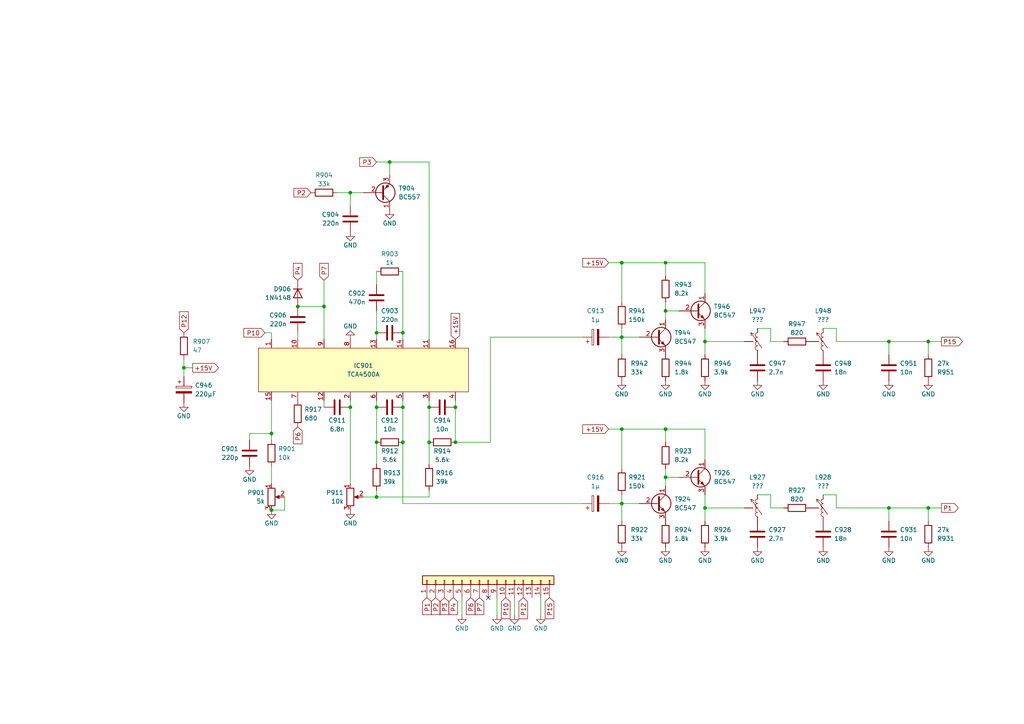
<source format=kicad_sch>
(kicad_sch (version 20230121) (generator eeschema)
  (paper "A4")
  (lib_symbols
    (symbol "Connector_Generic:Conn_01x15" (pin_names (offset 1.016) hide)
      (property "Reference" "J" (at 0 20.32 0))
      (property "Value" "Conn_01x15" (at 0 -20.32 0))
      (symbol "Conn_01x15_1_1"
        (rectangle (start -1.27 -17.653) (end 0 -17.907) (stroke (width 0.1524)))
        (rectangle (start -1.27 -15.113) (end 0 -15.367) (stroke (width 0.1524)))
        (rectangle (start -1.27 -12.573) (end 0 -12.827) (stroke (width 0.1524)))
        (rectangle (start -1.27 -10.033) (end 0 -10.287) (stroke (width 0.1524)))
        (rectangle (start -1.27 -7.493) (end 0 -7.747) (stroke (width 0.1524)))
        (rectangle (start -1.27 -4.953) (end 0 -5.207) (stroke (width 0.1524)))
        (rectangle (start -1.27 -2.413) (end 0 -2.667) (stroke (width 0.1524)))
        (rectangle (start -1.27 0.127) (end 0 -0.127) (stroke (width 0.1524)))
        (rectangle (start -1.27 2.667) (end 0 2.413) (stroke (width 0.1524)))
        (rectangle (start -1.27 5.207) (end 0 4.953) (stroke (width 0.1524)))
        (rectangle (start -1.27 7.747) (end 0 7.493) (stroke (width 0.1524)))
        (rectangle (start -1.27 10.287) (end 0 10.033) (stroke (width 0.1524)))
        (rectangle (start -1.27 12.827) (end 0 12.573) (stroke (width 0.1524)))
        (rectangle (start -1.27 15.367) (end 0 15.113) (stroke (width 0.1524)))
        (rectangle (start -1.27 17.907) (end 0 17.653) (stroke (width 0.1524)))
        (rectangle (start -1.27 19.05) (end 1.27 -19.05) (stroke (width 0.254)) (fill (type background)))
        (pin passive line (at -5.08 17.78 0) (length 3.81) (name "Pin_1") (number "1"))
        (pin passive line (at -5.08 -5.08 0) (length 3.81) (name "Pin_10") (number "10"))
        (pin passive line (at -5.08 -7.62 0) (length 3.81) (name "Pin_11") (number "11"))
        (pin passive line (at -5.08 -10.16 0) (length 3.81) (name "Pin_12") (number "12"))
        (pin passive line (at -5.08 -12.7 0) (length 3.81) (name "Pin_13") (number "13"))
        (pin passive line (at -5.08 -15.24 0) (length 3.81) (name "Pin_14") (number "14"))
        (pin passive line (at -5.08 -17.78 0) (length 3.81) (name "Pin_15") (number "15"))
        (pin passive line (at -5.08 15.24 0) (length 3.81) (name "Pin_2") (number "2"))
        (pin passive line (at -5.08 12.7 0) (length 3.81) (name "Pin_3") (number "3"))
        (pin passive line (at -5.08 10.16 0) (length 3.81) (name "Pin_4") (number "4"))
        (pin passive line (at -5.08 7.62 0) (length 3.81) (name "Pin_5") (number "5"))
        (pin passive line (at -5.08 5.08 0) (length 3.81) (name "Pin_6") (number "6"))
        (pin passive line (at -5.08 2.54 0) (length 3.81) (name "Pin_7") (number "7"))
        (pin passive line (at -5.08 0 0) (length 3.81) (name "Pin_8") (number "8"))
        (pin passive line (at -5.08 -2.54 0) (length 3.81) (name "Pin_9") (number "9"))
      )
    )
    (symbol "Device:C" (pin_numbers hide) (pin_names (offset 0.254))
      (property "Reference" "C" (at 0.635 2.54 0))
      (property "Value" "C" (at 0.635 -2.54 0))
      (symbol "C_0_1"
        (polyline (pts (xy -2.032 -0.762) (xy 2.032 -0.762)) (stroke (width 0.508)))
        (polyline (pts (xy -2.032 0.762) (xy 2.032 0.762)) (stroke (width 0.508)))
      )
      (symbol "C_1_1"
        (pin passive line (at 0 3.81 270) (length 2.794) (name "~") (number "1"))
        (pin passive line (at 0 -3.81 90) (length 2.794) (name "~") (number "2"))
      )
    )
    (symbol "Device:C_Polarized" (pin_numbers hide) (pin_names (offset 0.254))
      (property "Reference" "C" (at 0.635 2.54 0))
      (property "Value" "C_Polarized" (at 0.635 -2.54 0))
      (symbol "C_Polarized_0_1"
        (rectangle (start -2.286 0.508) (end 2.286 1.016))
        (polyline (pts (xy -1.778 2.286) (xy -0.762 2.286)))
        (polyline (pts (xy -1.27 2.794) (xy -1.27 1.778)))
        (rectangle (start 2.286 -0.508) (end -2.286 -1.016) (fill (type outline)))
      )
      (symbol "C_Polarized_1_1"
        (pin passive line (at 0 3.81 270) (length 2.794) (name "~") (number "1"))
        (pin passive line (at 0 -3.81 90) (length 2.794) (name "~") (number "2"))
      )
    )
    (symbol "Device:D" (pin_numbers hide) (pin_names (offset 1.016) hide)
      (property "Reference" "D" (at 0 2.54 0))
      (property "Value" "D" (at 0 -2.54 0))
      (symbol "D_0_1"
        (polyline (pts (xy -1.27 1.27) (xy -1.27 -1.27)) (stroke (width 0.254)))
        (polyline (pts (xy 1.27 0) (xy -1.27 0)))
        (polyline (pts (xy 1.27 1.27) (xy 1.27 -1.27) (xy -1.27 0) (xy 1.27 1.27)) (stroke (width 0.254)))
      )
      (symbol "D_1_1"
        (pin passive line (at -3.81 0 0) (length 2.54) (name "K") (number "1"))
        (pin passive line (at 3.81 0 180) (length 2.54) (name "A") (number "2"))
      )
    )
    (symbol "Device:R" (pin_numbers hide) (pin_names (offset 0))
      (property "Reference" "R" (at 2.032 0 90))
      (property "Value" "R" (at 0 0 90))
      (symbol "R_0_1"
        (rectangle (start -1.016 -2.54) (end 1.016 2.54) (stroke (width 0.254)))
      )
      (symbol "R_1_1"
        (pin passive line (at 0 3.81 270) (length 1.27) (name "~") (number "1"))
        (pin passive line (at 0 -3.81 90) (length 1.27) (name "~") (number "2"))
      )
    )
    (symbol "Device:R_Potentiometer" (pin_names (offset 1.016) hide)
      (property "Reference" "RV" (at -4.445 0 90))
      (property "Value" "R_Potentiometer" (at -2.54 0 90))
      (symbol "R_Potentiometer_0_1"
        (polyline (pts (xy 2.54 0) (xy 1.524 0)))
        (polyline (pts (xy 1.143 0) (xy 2.286 0.508) (xy 2.286 -0.508) (xy 1.143 0)) (fill (type outline)))
        (rectangle (start 1.016 2.54) (end -1.016 -2.54) (stroke (width 0.254)))
      )
      (symbol "R_Potentiometer_1_1"
        (pin passive line (at 0 3.81 270) (length 1.27) (name "1") (number "1"))
        (pin passive line (at 3.81 0 180) (length 1.27) (name "2") (number "2"))
        (pin passive line (at 0 -3.81 90) (length 1.27) (name "3") (number "3"))
      )
    )
    (symbol "Stereo-Decoder-Modul:L_Trim" (pin_numbers hide) (pin_names (offset 1.016) hide)
      (property "Reference" "L" (at -1.905 0 90))
      (property "Value" "L_Trim" (at 3.175 0 90))
      (symbol "L_Trim_0_1"
        (arc (start 0 -2.54) (mid 0.6323 -1.905) (end 0 -1.27))
        (arc (start 0 -1.27) (mid 0.6323 -0.635) (end 0 0))
        (polyline (pts (xy -1.27 -1.905) (xy 1.905 2.54)))
        (polyline (pts (xy 1.905 2.54) (xy 1.016 2.159)))
        (polyline (pts (xy 1.905 2.54) (xy 1.778 1.651)))
        (arc (start 0 0) (mid 0.6323 0.635) (end 0 1.27))
        (arc (start 0 1.27) (mid 0.6323 1.905) (end 0 2.54))
      )
      (symbol "L_Trim_1_1"
        (pin passive line (at 0 -3.81 90) (length 1.27) (name "1") (number "1"))
        (pin input line (at 3.81 0 180) (length 2.54) (name "2") (number "2"))
        (pin passive line (at 0 3.81 270) (length 1.27) (name "3") (number "3"))
      )
    )
    (symbol "Stereo-Decoder-Modul:TCA4500A"
      (property "Reference" "U" (at 3.81 -13.97 0))
      (property "Value" "TCA4500A" (at 0 0 0))
      (symbol "TCA4500A_0_1"
        (rectangle (start -30.48 6.35) (end 30.48 -6.35) (fill (type background)))
      )
      (symbol "TCA4500A_1_1"
        (pin input line (at -26.67 8.89 270) (length 2.54) (name "") (number "1"))
        (pin input line (at -19.05 8.89 270) (length 2.54) (name "") (number "10"))
        (pin input line (at 19.05 8.89 270) (length 2.54) (name "") (number "11"))
        (pin input line (at -11.43 -8.89 90) (length 2.54) (name "") (number "12"))
        (pin input line (at 3.81 8.89 270) (length 2.54) (name "") (number "13"))
        (pin input line (at 11.43 8.89 270) (length 2.54) (name "") (number "14"))
        (pin input line (at -26.67 -8.89 90) (length 2.54) (name "") (number "15"))
        (pin input line (at 26.67 8.89 270) (length 2.54) (name "") (number "16"))
        (pin input line (at -3.81 -8.89 90) (length 2.54) (name "") (number "2"))
        (pin input line (at 19.05 -8.89 90) (length 2.54) (name "") (number "3"))
        (pin input line (at 26.67 -8.89 90) (length 2.54) (name "") (number "4"))
        (pin input line (at 11.43 -8.89 90) (length 2.54) (name "") (number "5"))
        (pin input line (at 3.81 -8.89 90) (length 2.54) (name "") (number "6"))
        (pin input line (at -19.05 -8.89 90) (length 2.54) (name "") (number "7"))
        (pin input line (at -3.81 8.89 270) (length 2.54) (name "") (number "8"))
        (pin input line (at -11.43 8.89 270) (length 2.54) (name "") (number "9"))
      )
    )
    (symbol "Transistor_BJT:BC547" (pin_names (offset 0) hide)
      (property "Reference" "Q" (at 5.08 1.905 0))
      (property "Value" "BC547" (at 5.08 0 0))
      (symbol "BC547_0_1"
        (polyline (pts (xy 0 0) (xy 0.635 0)))
        (polyline (pts (xy 0.635 0.635) (xy 2.54 2.54)))
        (polyline (pts (xy 0.635 -0.635) (xy 2.54 -2.54) (xy 2.54 -2.54)))
        (polyline (pts (xy 0.635 1.905) (xy 0.635 -1.905) (xy 0.635 -1.905)) (stroke (width 0.508)))
        (polyline (pts (xy 1.27 -1.778) (xy 1.778 -1.27) (xy 2.286 -2.286) (xy 1.27 -1.778) (xy 1.27 -1.778)) (fill (type outline)))
        (circle (center 1.27 0) (radius 2.8194) (stroke (width 0.254)))
      )
      (symbol "BC547_1_1"
        (pin passive line (at 2.54 5.08 270) (length 2.54) (name "C") (number "1"))
        (pin input line (at -5.08 0 0) (length 5.08) (name "B") (number "2"))
        (pin passive line (at 2.54 -5.08 90) (length 2.54) (name "E") (number "3"))
      )
    )
    (symbol "Transistor_BJT:BC557" (pin_names (offset 0) hide)
      (property "Reference" "Q" (at 5.08 1.905 0))
      (property "Value" "BC557" (at 5.08 0 0))
      (symbol "BC557_0_1"
        (polyline (pts (xy 0.635 0.635) (xy 2.54 2.54)))
        (polyline (pts (xy 0.635 -0.635) (xy 2.54 -2.54) (xy 2.54 -2.54)))
        (polyline (pts (xy 0.635 1.905) (xy 0.635 -1.905) (xy 0.635 -1.905)) (stroke (width 0.508)))
        (polyline (pts (xy 2.286 -1.778) (xy 1.778 -2.286) (xy 1.27 -1.27) (xy 2.286 -1.778) (xy 2.286 -1.778)) (fill (type outline)))
        (circle (center 1.27 0) (radius 2.8194) (stroke (width 0.254)))
      )
      (symbol "BC557_1_1"
        (pin passive line (at 2.54 5.08 270) (length 2.54) (name "C") (number "1"))
        (pin input line (at -5.08 0 0) (length 5.715) (name "B") (number "2"))
        (pin passive line (at 2.54 -5.08 90) (length 2.54) (name "E") (number "3"))
      )
    )
    (symbol "power:GND" (power) (pin_names (offset 0))
      (property "Value" "GND" (at 0 -3.81 0))
      (symbol "GND_0_1"
        (polyline (pts (xy 0 0) (xy 0 -1.27) (xy 1.27 -1.27) (xy 0 -2.54) (xy -1.27 -1.27) (xy 0 -1.27)))
      )
      (symbol "GND_1_1"
        (pin power_in line (at 0 0 270) (length 0) hide (name "GND") (number "1"))
      )
    )
  )
  (junction (at 132.08 128.27))
  (junction (at 180.34 146.05))
  (junction (at 113.03 46.99))
  (junction (at 109.22 128.27))
  (junction (at 53.34 106.68))
  (junction (at 124.46 118.11))
  (junction (at 116.84 118.11))
  (junction (at 269.24 147.32))
  (junction (at 257.81 147.32))
  (junction (at 109.22 144.145))
  (junction (at 180.34 76.2))
  (junction (at 193.04 76.2))
  (junction (at 204.47 147.32))
  (junction (at 124.46 128.27))
  (junction (at 204.47 99.06))
  (junction (at 116.84 96.52))
  (junction (at 180.34 97.79))
  (junction (at 78.74 125.73))
  (junction (at 101.6 55.88))
  (junction (at 193.04 138.43))
  (junction (at 180.34 124.46))
  (junction (at 109.22 96.52))
  (junction (at 193.04 90.17))
  (junction (at 193.04 124.46))
  (junction (at 86.36 88.9))
  (junction (at 93.98 88.9))
  (junction (at 78.74 147.955))
  (junction (at 101.6 118.11))
  (junction (at 116.84 128.27))
  (junction (at 132.08 118.11))
  (junction (at 257.81 99.06))
  (junction (at 109.22 118.11))
  (junction (at 269.24 99.06))
  (no_connect (at 141.605 173.355))
  (wire (pts (xy 78.74 96.52) (xy 78.74 98.425)))
  (wire (pts (xy 257.81 99.06) (xy 257.81 102.87)))
  (wire (pts (xy 204.47 95.25) (xy 204.47 99.06)))
  (wire (pts (xy 269.24 147.32) (xy 273.05 147.32)))
  (wire (pts (xy 269.24 99.06) (xy 257.81 99.06)))
  (wire (pts (xy 269.24 151.13) (xy 269.24 147.32)))
  (wire (pts (xy 204.47 99.06) (xy 204.47 102.87)))
  (wire (pts (xy 116.84 128.27) (xy 116.84 146.05)))
  (wire (pts (xy 257.81 147.32) (xy 257.81 151.13)))
  (wire (pts (xy 176.53 146.05) (xy 180.34 146.05)))
  (wire (pts (xy 72.39 125.73) (xy 78.74 125.73)))
  (wire (pts (xy 116.84 96.52) (xy 116.84 98.425)))
  (wire (pts (xy 204.47 124.46) (xy 193.04 124.46)))
  (wire (pts (xy 86.36 96.52) (xy 86.36 98.425)))
  (wire (pts (xy 132.08 116.205) (xy 132.08 118.11)))
  (wire (pts (xy 53.34 106.68) (xy 55.88 106.68)))
  (wire (pts (xy 149.225 173.355) (xy 149.225 178.435)))
  (wire (pts (xy 72.39 127.635) (xy 72.39 125.73)))
  (wire (pts (xy 78.74 125.73) (xy 78.74 127.635)))
  (wire (pts (xy 180.34 95.25) (xy 180.34 97.79)))
  (wire (pts (xy 180.34 146.05) (xy 180.34 151.13)))
  (wire (pts (xy 204.47 85.09) (xy 204.47 76.2)))
  (wire (pts (xy 101.6 116.205) (xy 101.6 118.11)))
  (wire (pts (xy 242.57 99.06) (xy 257.81 99.06)))
  (wire (pts (xy 105.41 144.145) (xy 109.22 144.145)))
  (wire (pts (xy 109.22 90.17) (xy 109.22 96.52)))
  (wire (pts (xy 204.47 147.32) (xy 204.47 151.13)))
  (wire (pts (xy 101.6 118.11) (xy 101.6 140.335)))
  (wire (pts (xy 193.04 135.89) (xy 193.04 138.43)))
  (wire (pts (xy 101.6 55.88) (xy 101.6 59.69)))
  (wire (pts (xy 109.22 116.205) (xy 109.22 118.11)))
  (wire (pts (xy 168.91 146.05) (xy 116.84 146.05)))
  (wire (pts (xy 238.76 95.25) (xy 242.57 95.25)))
  (wire (pts (xy 109.22 118.11) (xy 109.22 128.27)))
  (wire (pts (xy 168.91 97.79) (xy 142.24 97.79)))
  (wire (pts (xy 223.52 147.32) (xy 223.52 143.51)))
  (wire (pts (xy 204.47 147.32) (xy 215.9 147.32)))
  (wire (pts (xy 144.145 173.355) (xy 144.145 178.435)))
  (wire (pts (xy 176.53 97.79) (xy 180.34 97.79)))
  (wire (pts (xy 238.76 143.51) (xy 242.57 143.51)))
  (wire (pts (xy 193.04 76.2) (xy 180.34 76.2)))
  (wire (pts (xy 116.84 116.205) (xy 116.84 118.11)))
  (wire (pts (xy 116.84 78.74) (xy 116.84 96.52)))
  (wire (pts (xy 82.55 144.145) (xy 82.55 147.955)))
  (wire (pts (xy 219.71 143.51) (xy 223.52 143.51)))
  (wire (pts (xy 109.22 128.27) (xy 109.22 134.62)))
  (wire (pts (xy 269.24 147.32) (xy 257.81 147.32)))
  (wire (pts (xy 242.57 147.32) (xy 257.81 147.32)))
  (wire (pts (xy 142.24 97.79) (xy 142.24 128.27)))
  (wire (pts (xy 93.98 88.9) (xy 93.98 98.425)))
  (wire (pts (xy 109.22 96.52) (xy 109.22 98.425)))
  (wire (pts (xy 193.04 80.01) (xy 193.04 76.2)))
  (wire (pts (xy 93.98 116.205) (xy 93.98 118.11)))
  (wire (pts (xy 193.04 138.43) (xy 193.04 140.97)))
  (wire (pts (xy 124.46 116.205) (xy 124.46 118.11)))
  (wire (pts (xy 193.04 138.43) (xy 196.85 138.43)))
  (wire (pts (xy 193.04 87.63) (xy 193.04 90.17)))
  (wire (pts (xy 242.57 95.25) (xy 242.57 99.06)))
  (wire (pts (xy 142.24 128.27) (xy 132.08 128.27)))
  (wire (pts (xy 204.47 143.51) (xy 204.47 147.32)))
  (wire (pts (xy 180.34 146.05) (xy 185.42 146.05)))
  (wire (pts (xy 180.34 143.51) (xy 180.34 146.05)))
  (wire (pts (xy 204.47 133.35) (xy 204.47 124.46)))
  (wire (pts (xy 227.33 147.32) (xy 223.52 147.32)))
  (wire (pts (xy 53.34 104.14) (xy 53.34 106.68)))
  (wire (pts (xy 93.98 81.28) (xy 93.98 88.9)))
  (wire (pts (xy 223.52 99.06) (xy 223.52 95.25)))
  (wire (pts (xy 124.46 128.27) (xy 124.46 134.62)))
  (wire (pts (xy 78.74 135.255) (xy 78.74 140.335)))
  (wire (pts (xy 193.04 90.17) (xy 196.85 90.17)))
  (wire (pts (xy 116.84 118.11) (xy 116.84 128.27)))
  (wire (pts (xy 180.34 76.2) (xy 180.34 87.63)))
  (wire (pts (xy 180.34 97.79) (xy 185.42 97.79)))
  (wire (pts (xy 156.845 173.355) (xy 156.845 178.435)))
  (wire (pts (xy 180.34 97.79) (xy 180.34 102.87)))
  (wire (pts (xy 242.57 143.51) (xy 242.57 147.32)))
  (wire (pts (xy 223.52 95.25) (xy 219.71 95.25)))
  (wire (pts (xy 124.46 46.99) (xy 113.03 46.99)))
  (wire (pts (xy 78.74 116.205) (xy 78.74 125.73)))
  (wire (pts (xy 113.03 46.99) (xy 113.03 50.8)))
  (wire (pts (xy 86.36 88.9) (xy 93.98 88.9)))
  (wire (pts (xy 97.79 55.88) (xy 101.6 55.88)))
  (wire (pts (xy 180.34 124.46) (xy 180.34 135.89)))
  (wire (pts (xy 133.985 173.355) (xy 133.985 178.435)))
  (wire (pts (xy 124.46 142.24) (xy 124.46 144.145)))
  (wire (pts (xy 109.22 142.24) (xy 109.22 144.145)))
  (wire (pts (xy 124.46 118.11) (xy 124.46 128.27)))
  (wire (pts (xy 132.08 118.11) (xy 132.08 128.27)))
  (wire (pts (xy 193.04 128.27) (xy 193.04 124.46)))
  (wire (pts (xy 204.47 76.2) (xy 193.04 76.2)))
  (wire (pts (xy 193.04 90.17) (xy 193.04 92.71)))
  (wire (pts (xy 176.53 124.46) (xy 180.34 124.46)))
  (wire (pts (xy 109.22 78.74) (xy 109.22 82.55)))
  (wire (pts (xy 204.47 99.06) (xy 215.9 99.06)))
  (wire (pts (xy 269.24 102.87) (xy 269.24 99.06)))
  (wire (pts (xy 109.22 46.99) (xy 113.03 46.99)))
  (wire (pts (xy 82.55 147.955) (xy 78.74 147.955)))
  (wire (pts (xy 76.835 96.52) (xy 78.74 96.52)))
  (wire (pts (xy 227.33 99.06) (xy 223.52 99.06)))
  (wire (pts (xy 101.6 55.88) (xy 105.41 55.88)))
  (wire (pts (xy 269.24 99.06) (xy 273.05 99.06)))
  (wire (pts (xy 53.34 106.68) (xy 53.34 109.22)))
  (wire (pts (xy 176.53 76.2) (xy 180.34 76.2)))
  (wire (pts (xy 124.46 46.99) (xy 124.46 98.425)))
  (wire (pts (xy 109.22 144.145) (xy 124.46 144.145)))
  (wire (pts (xy 193.04 124.46) (xy 180.34 124.46)))
  (global_label "P7" (shape input) (at 139.065 173.355 270) (property "Intersheetrefs" "${INTERSHEET_REFS}" (effects hide)))
  (global_label "P10" (shape input) (at 146.685 173.355 270) (property "Intersheetrefs" "${INTERSHEET_REFS}" (effects hide)))
  (global_label "P3" (shape input) (at 128.905 173.355 270) (property "Intersheetrefs" "${INTERSHEET_REFS}" (effects hide)))
  (global_label "P4" (shape input) (at 131.445 173.355 270) (property "Intersheetrefs" "${INTERSHEET_REFS}" (effects hide)))
  (global_label "P6" (shape input) (at 86.36 123.825 270) (property "Intersheetrefs" "${INTERSHEET_REFS}" (effects hide)))
  (global_label "P15" (shape input) (at 159.385 173.355 270) (property "Intersheetrefs" "${INTERSHEET_REFS}" (effects hide)))
  (global_label "+15V" (shape input) (at 176.53 124.46 180) (property "Intersheetrefs" "${INTERSHEET_REFS}" (effects hide)))
  (global_label "P2" (shape input) (at 126.365 173.355 270) (property "Intersheetrefs" "${INTERSHEET_REFS}" (effects hide)))
  (global_label "P7" (shape input) (at 93.98 81.28 90) (property "Intersheetrefs" "${INTERSHEET_REFS}" (effects hide)))
  (global_label "P3" (shape input) (at 109.22 46.99 180) (property "Intersheetrefs" "${INTERSHEET_REFS}" (effects hide)))
  (global_label "+15V" (shape input) (at 176.53 76.2 180) (property "Intersheetrefs" "${INTERSHEET_REFS}" (effects hide)))
  (global_label "P15" (shape output) (at 273.05 99.06 0) (property "Intersheetrefs" "${INTERSHEET_REFS}" (effects hide)))
  (global_label "P10" (shape input) (at 76.835 96.52 180) (property "Intersheetrefs" "${INTERSHEET_REFS}" (effects hide)))
  (global_label "P12" (shape input) (at 151.765 173.355 270) (property "Intersheetrefs" "${INTERSHEET_REFS}" (effects hide)))
  (global_label "P12" (shape input) (at 53.34 96.52 90) (property "Intersheetrefs" "${INTERSHEET_REFS}" (effects hide)))
  (global_label "P1" (shape input) (at 123.825 173.355 270) (property "Intersheetrefs" "${INTERSHEET_REFS}" (effects hide)))
  (global_label "P6" (shape input) (at 136.525 173.355 270) (property "Intersheetrefs" "${INTERSHEET_REFS}" (effects hide)))
  (global_label "+15V" (shape input) (at 132.08 98.425 90) (property "Intersheetrefs" "${INTERSHEET_REFS}" (effects hide)))
  (global_label "+15V" (shape output) (at 55.88 106.68 0) (property "Intersheetrefs" "${INTERSHEET_REFS}" (effects hide)))
  (global_label "P4" (shape input) (at 86.36 81.28 90) (property "Intersheetrefs" "${INTERSHEET_REFS}" (effects hide)))
  (global_label "P1" (shape output) (at 273.05 147.32 0) (property "Intersheetrefs" "${INTERSHEET_REFS}" (effects hide)))
  (global_label "P2" (shape input) (at 90.17 55.88 180) (property "Intersheetrefs" "${INTERSHEET_REFS}" (effects hide)))
  (symbol (lib_id "Connector_Generic:Conn_01x15") (at 141.605 168.275 90) (unit 1)
    (property "Reference" "J1" (effects hide))
    (property "Value" "Conn_01x15" (effects hide))
    (property "Footprint" "Stereo-Decoder-Modul:Connector_01x15_5mm" (effects hide))
  )
  (symbol (lib_id "Device:C") (at 72.39 131.445 180) (unit 1)
    (property "Reference" "C901" (at 69.215 130.175 0) (effects (justify left)))
    (property "Value" "220p" (at 69.215 132.715 0) (effects (justify left)))
    (property "Footprint" "Capacitor_THT:C_Rect_L7.2mm_W3.0mm_P5.00mm_FKS2_FKP2_MKS2_MKP2" (effects hide))
  )
  (symbol (lib_id "power:GND") (at 257.81 110.49 0) (unit 1)
    (property "Reference" "#PWR013" (effects hide))
    (property "Value" "GND" (at 257.81 114.3 0))
  )
  (symbol (lib_id "Device:R_Potentiometer") (at 78.74 144.145 0) (unit 1)
    (property "Reference" "P901" (at 76.835 142.8749 0) (effects (justify right)))
    (property "Value" "5k" (at 76.835 145.4149 0) (effects (justify right)))
    (property "Footprint" "Potentiometer_THT:Potentiometer_Piher_PT-10-H01_Horizontal" (effects hide))
  )
  (symbol (lib_id "Transistor_BJT:BC547") (at 201.93 90.17 0) (unit 1)
    (property "Reference" "T946" (at 207.01 88.9 0) (effects (justify left)))
    (property "Value" "BC547" (at 207.01 91.44 0) (effects (justify left)))
    (property "Footprint" "Package_TO_SOT_THT:TO-92_Wide" (effects hide))
    (property "Datasheet" "https://www.onsemi.com/pub/Collateral/BC550-D.pdf" (effects hide))
  )
  (symbol (lib_id "Device:C") (at 238.76 154.94 0) (unit 1)
    (property "Reference" "C928" (at 241.935 153.67 0) (effects (justify left)))
    (property "Value" "18n" (at 241.935 156.21 0) (effects (justify left)))
    (property "Footprint" "Capacitor_THT:C_Rect_L10.0mm_W3.0mm_P7.50mm_MKS4" (effects hide))
  )
  (symbol (lib_id "Device:R") (at 231.14 147.32 90) (unit 1)
    (property "Reference" "R927" (at 231.14 142.24 90))
    (property "Value" "820" (at 231.14 144.78 90))
    (property "Footprint" "Resistor_THT:R_Axial_DIN0207_L6.3mm_D2.5mm_P5.08mm_Vertical" (effects hide))
  )
  (symbol (lib_id "Device:C") (at 97.79 118.11 90) (unit 1)
    (property "Reference" "C911" (at 97.79 121.92 90))
    (property "Value" "6.8n" (at 97.79 124.46 90))
    (property "Footprint" "Capacitor_THT:C_Rect_L7.2mm_W3.5mm_P5.00mm_FKS2_FKP2_MKS2_MKP2" (effects hide))
  )
  (symbol (lib_id "Device:R") (at 180.34 91.44 180) (unit 1)
    (property "Reference" "R941" (at 182.245 90.17 0) (effects (justify right)))
    (property "Value" "150k" (at 182.245 92.71 0) (effects (justify right)))
    (property "Footprint" "Resistor_THT:R_Axial_DIN0207_L6.3mm_D2.5mm_P5.08mm_Vertical" (effects hide))
  )
  (symbol (lib_id "power:GND") (at 78.74 147.955 0) (unit 1)
    (property "Reference" "#PWR0102" (effects hide))
    (property "Value" "GND" (at 78.74 151.765 0))
  )
  (symbol (lib_id "Device:C_Polarized") (at 172.72 146.05 90) (unit 1)
    (property "Reference" "C916" (at 172.72 138.43 90))
    (property "Value" "1µ" (at 172.72 140.97 90))
    (property "Footprint" "Capacitor_THT:C_Rect_L7.2mm_W7.2mm_P5.00mm_FKS2_FKP2_MKS2_MKP2" (effects hide))
  )
  (symbol (lib_id "power:GND") (at 180.34 110.49 0) (unit 1)
    (property "Reference" "#PWR08" (effects hide))
    (property "Value" "GND" (at 180.34 114.3 0))
  )
  (symbol (lib_id "Stereo-Decoder-Modul:L_Trim") (at 238.76 147.32 0) (mirror y) (unit 1)
    (property "Reference" "L928" (at 238.76 138.43 0))
    (property "Value" "???" (at 238.76 140.97 0))
    (property "Footprint" "Stereo-Decoder-Modul:Inductor_Adjustable" (effects hide))
  )
  (symbol (lib_id "power:GND") (at 149.225 178.435 0) (unit 1)
    (property "Reference" "#PWR0123" (effects hide))
    (property "Value" "GND" (at 149.225 182.245 0))
  )
  (symbol (lib_id "Device:C") (at 219.71 154.94 0) (unit 1)
    (property "Reference" "C927" (at 222.885 153.67 0) (effects (justify left)))
    (property "Value" "2.7n" (at 222.885 156.21 0) (effects (justify left)))
    (property "Footprint" "Capacitor_THT:C_Rect_L10.0mm_W3.0mm_P7.50mm_MKS4" (effects hide))
  )
  (symbol (lib_id "power:GND") (at 101.6 67.31 0) (unit 1)
    (property "Reference" "#PWR01" (effects hide))
    (property "Value" "GND" (at 101.6 71.12 0))
  )
  (symbol (lib_id "power:GND") (at 219.71 110.49 0) (unit 1)
    (property "Reference" "#PWR011" (effects hide))
    (property "Value" "GND" (at 219.71 114.3 0))
  )
  (symbol (lib_id "Device:R") (at 269.24 106.68 0) (mirror y) (unit 1)
    (property "Reference" "R951" (at 271.78 107.95 0) (effects (justify right)))
    (property "Value" "27k" (at 271.78 105.41 0) (effects (justify right)))
    (property "Footprint" "Resistor_THT:R_Axial_DIN0207_L6.3mm_D2.5mm_P5.08mm_Vertical" (effects hide))
  )
  (symbol (lib_id "Transistor_BJT:BC547") (at 201.93 138.43 0) (unit 1)
    (property "Reference" "T926" (at 207.01 137.16 0) (effects (justify left)))
    (property "Value" "BC547" (at 207.01 139.7 0) (effects (justify left)))
    (property "Footprint" "Package_TO_SOT_THT:TO-92_Wide" (effects hide))
    (property "Datasheet" "https://www.onsemi.com/pub/Collateral/BC550-D.pdf" (effects hide))
  )
  (symbol (lib_id "Transistor_BJT:BC557") (at 110.49 55.88 0) (mirror x) (unit 1)
    (property "Reference" "T904" (at 115.57 54.61 0) (effects (justify left)))
    (property "Value" "BC557" (at 115.57 57.15 0) (effects (justify left)))
    (property "Footprint" "Package_TO_SOT_THT:TO-92_Wide" (effects hide))
    (property "Datasheet" "https://www.onsemi.com/pub/Collateral/BC556BTA-D.pdf" (effects hide))
  )
  (symbol (lib_id "Device:R") (at 204.47 106.68 180) (unit 1)
    (property "Reference" "R946" (at 207.01 105.41 0) (effects (justify right)))
    (property "Value" "3.9k" (at 207.01 107.95 0) (effects (justify right)))
    (property "Footprint" "Resistor_THT:R_Axial_DIN0207_L6.3mm_D2.5mm_P5.08mm_Vertical" (effects hide))
  )
  (symbol (lib_id "Device:C_Polarized") (at 172.72 97.79 90) (unit 1)
    (property "Reference" "C913" (at 172.72 90.17 90))
    (property "Value" "1µ" (at 172.72 92.71 90))
    (property "Footprint" "Capacitor_THT:C_Rect_L7.2mm_W7.2mm_P5.00mm_FKS2_FKP2_MKS2_MKP2" (effects hide))
  )
  (symbol (lib_id "Device:C") (at 113.03 96.52 90) (unit 1)
    (property "Reference" "C903" (at 113.03 90.17 90))
    (property "Value" "220n" (at 113.03 92.71 90))
    (property "Footprint" "Capacitor_THT:C_Rect_L7.2mm_W3.0mm_P5.00mm_FKS2_FKP2_MKS2_MKP2" (effects hide))
  )
  (symbol (lib_id "power:GND") (at 72.39 135.255 0) (unit 1)
    (property "Reference" "#PWR0101" (effects hide))
    (property "Value" "GND" (at 72.39 139.065 0))
  )
  (symbol (lib_id "power:GND") (at 257.81 158.75 0) (unit 1)
    (property "Reference" "#PWR06" (effects hide))
    (property "Value" "GND" (at 257.81 162.56 0))
  )
  (symbol (lib_id "power:GND") (at 238.76 110.49 0) (unit 1)
    (property "Reference" "#PWR012" (effects hide))
    (property "Value" "GND" (at 238.76 114.3 0))
  )
  (symbol (lib_id "Transistor_BJT:BC547") (at 190.5 146.05 0) (unit 1)
    (property "Reference" "T924" (at 195.58 144.78 0) (effects (justify left)))
    (property "Value" "BC547" (at 195.58 147.32 0) (effects (justify left)))
    (property "Footprint" "Package_TO_SOT_THT:TO-92_Wide" (effects hide))
    (property "Datasheet" "https://www.onsemi.com/pub/Collateral/BC550-D.pdf" (effects hide))
  )
  (symbol (lib_id "power:GND") (at 101.6 147.955 0) (unit 1)
    (property "Reference" "#PWR0103" (effects hide))
    (property "Value" "GND" (at 101.6 151.765 0))
  )
  (symbol (lib_id "Device:R_Potentiometer") (at 101.6 144.145 0) (unit 1)
    (property "Reference" "P911" (at 99.695 142.8749 0) (effects (justify right)))
    (property "Value" "10k" (at 99.695 145.4149 0) (effects (justify right)))
    (property "Footprint" "Potentiometer_THT:Potentiometer_Piher_PT-10-H01_Horizontal" (effects hide))
  )
  (symbol (lib_id "power:GND") (at 144.145 178.435 0) (unit 1)
    (property "Reference" "#PWR0124" (effects hide))
    (property "Value" "GND" (at 144.145 182.245 0))
  )
  (symbol (lib_id "power:GND") (at 238.76 158.75 0) (unit 1)
    (property "Reference" "#PWR05" (effects hide))
    (property "Value" "GND" (at 238.76 162.56 0))
  )
  (symbol (lib_id "Device:R") (at 193.04 83.82 180) (unit 1)
    (property "Reference" "R943" (at 195.58 82.55 0) (effects (justify right)))
    (property "Value" "8.2k" (at 195.58 85.09 0) (effects (justify right)))
    (property "Footprint" "Resistor_THT:R_Axial_DIN0207_L6.3mm_D2.5mm_P5.08mm_Vertical" (effects hide))
  )
  (symbol (lib_id "Device:C") (at 128.27 118.11 90) (unit 1)
    (property "Reference" "C914" (at 128.27 121.92 90))
    (property "Value" "10n" (at 128.27 124.46 90))
    (property "Footprint" "Capacitor_THT:C_Rect_L7.2mm_W2.5mm_P5.00mm_FKS2_FKP2_MKS2_MKP2" (effects hide))
  )
  (symbol (lib_id "Stereo-Decoder-Modul:L_Trim") (at 219.71 147.32 0) (mirror y) (unit 1)
    (property "Reference" "L927" (at 219.71 138.43 0))
    (property "Value" "???" (at 219.71 140.97 0))
    (property "Footprint" "Stereo-Decoder-Modul:Inductor_Adjustable" (effects hide))
  )
  (symbol (lib_id "Device:R") (at 93.98 55.88 90) (unit 1)
    (property "Reference" "R904" (at 93.98 50.8 90))
    (property "Value" "33k" (at 93.98 53.34 90))
    (property "Footprint" "Resistor_THT:R_Axial_DIN0207_L6.3mm_D2.5mm_P5.08mm_Vertical" (effects hide))
  )
  (symbol (lib_id "Stereo-Decoder-Modul:TCA4500A") (at 105.41 107.315 0) (unit 1)
    (property "Reference" "IC901" (at 105.41 106.045 0))
    (property "Value" "TCA4500A" (at 105.41 108.585 0))
    (property "Footprint" "Package_DIP:DIP-16_W7.62mm_LongPads" (effects hide))
  )
  (symbol (lib_id "power:GND") (at 204.47 158.75 0) (unit 1)
    (property "Reference" "#PWR03" (effects hide))
    (property "Value" "GND" (at 204.47 162.56 0))
  )
  (symbol (lib_id "Device:R") (at 193.04 154.94 180) (unit 1)
    (property "Reference" "R924" (at 195.58 153.67 0) (effects (justify right)))
    (property "Value" "1.8k" (at 195.58 156.21 0) (effects (justify right)))
    (property "Footprint" "Resistor_THT:R_Axial_DIN0207_L6.3mm_D2.5mm_P5.08mm_Vertical" (effects hide))
  )
  (symbol (lib_id "Transistor_BJT:BC547") (at 190.5 97.79 0) (unit 1)
    (property "Reference" "T944" (at 195.58 96.52 0) (effects (justify left)))
    (property "Value" "BC547" (at 195.58 99.06 0) (effects (justify left)))
    (property "Footprint" "Package_TO_SOT_THT:TO-92_Wide" (effects hide))
    (property "Datasheet" "https://www.onsemi.com/pub/Collateral/BC550-D.pdf" (effects hide))
  )
  (symbol (lib_id "power:GND") (at 204.47 110.49 0) (unit 1)
    (property "Reference" "#PWR010" (effects hide))
    (property "Value" "GND" (at 204.47 114.3 0))
  )
  (symbol (lib_id "Device:R") (at 193.04 132.08 180) (unit 1)
    (property "Reference" "R923" (at 195.58 130.81 0) (effects (justify right)))
    (property "Value" "8.2k" (at 195.58 133.35 0) (effects (justify right)))
    (property "Footprint" "Resistor_THT:R_Axial_DIN0207_L6.3mm_D2.5mm_P5.08mm_Vertical" (effects hide))
  )
  (symbol (lib_id "Device:R") (at 180.34 106.68 180) (unit 1)
    (property "Reference" "R942" (at 182.88 105.41 0) (effects (justify right)))
    (property "Value" "33k" (at 182.88 107.95 0) (effects (justify right)))
    (property "Footprint" "Resistor_THT:R_Axial_DIN0207_L6.3mm_D2.5mm_P5.08mm_Vertical" (effects hide))
  )
  (symbol (lib_id "power:GND") (at 53.34 116.84 0) (unit 1)
    (property "Reference" "#PWR0104" (effects hide))
    (property "Value" "GND" (at 53.34 120.65 0))
  )
  (symbol (lib_id "power:GND") (at 156.845 178.435 0) (unit 1)
    (property "Reference" "#PWR0125" (effects hide))
    (property "Value" "GND" (at 156.845 182.245 0))
  )
  (symbol (lib_id "power:GND") (at 269.24 158.75 0) (unit 1)
    (property "Reference" "#PWR07" (effects hide))
    (property "Value" "GND" (at 269.24 162.56 0))
  )
  (symbol (lib_id "Device:C") (at 109.22 86.36 0) (unit 1)
    (property "Reference" "C902" (at 106.045 85.09 0) (effects (justify right)))
    (property "Value" "470n" (at 106.045 87.63 0) (effects (justify right)))
    (property "Footprint" "Capacitor_THT:C_Rect_L7.2mm_W3.0mm_P5.00mm_FKS2_FKP2_MKS2_MKP2" (effects hide))
  )
  (symbol (lib_id "Device:R") (at 231.14 99.06 90) (unit 1)
    (property "Reference" "R947" (at 231.14 93.98 90))
    (property "Value" "820" (at 231.14 96.52 90))
    (property "Footprint" "Resistor_THT:R_Axial_DIN0207_L6.3mm_D2.5mm_P5.08mm_Vertical" (effects hide))
  )
  (symbol (lib_id "Device:C") (at 113.03 118.11 270) (unit 1)
    (property "Reference" "C912" (at 113.03 121.92 90))
    (property "Value" "10n" (at 113.03 124.46 90))
    (property "Footprint" "Capacitor_THT:C_Rect_L7.2mm_W2.5mm_P5.00mm_FKS2_FKP2_MKS2_MKP2" (effects hide))
  )
  (symbol (lib_id "Device:R") (at 78.74 131.445 0) (unit 1)
    (property "Reference" "R901" (at 80.645 130.175 0) (effects (justify left)))
    (property "Value" "10k" (at 80.645 132.715 0) (effects (justify left)))
    (property "Footprint" "Resistor_THT:R_Axial_DIN0207_L6.3mm_D2.5mm_P5.08mm_Vertical" (effects hide))
  )
  (symbol (lib_id "Stereo-Decoder-Modul:L_Trim") (at 219.71 99.06 0) (mirror y) (unit 1)
    (property "Reference" "L947" (at 219.71 90.17 0))
    (property "Value" "???" (at 219.71 92.71 0))
    (property "Footprint" "Stereo-Decoder-Modul:Inductor_Adjustable" (effects hide))
  )
  (symbol (lib_id "Device:D") (at 86.36 85.09 270) (unit 1)
    (property "Reference" "D906" (at 84.455 83.82 90) (effects (justify right)))
    (property "Value" "1N4148" (at 84.455 86.36 90) (effects (justify right)))
    (property "Footprint" "Diode_THT:D_DO-35_SOD27_P5.08mm_Vertical_AnodeUp" (effects hide))
  )
  (symbol (lib_id "Device:C") (at 257.81 154.94 0) (unit 1)
    (property "Reference" "C931" (at 260.985 153.67 0) (effects (justify left)))
    (property "Value" "10n" (at 260.985 156.21 0) (effects (justify left)))
    (property "Footprint" "Capacitor_THT:C_Rect_L10.0mm_W3.0mm_P7.50mm_MKS4" (effects hide))
  )
  (symbol (lib_id "power:GND") (at 193.04 158.75 0) (unit 1)
    (property "Reference" "#PWR0108" (effects hide))
    (property "Value" "GND" (at 193.04 162.56 0))
  )
  (symbol (lib_id "power:GND") (at 193.04 110.49 0) (unit 1)
    (property "Reference" "#PWR09" (effects hide))
    (property "Value" "GND" (at 193.04 114.3 0))
  )
  (symbol (lib_id "Device:R") (at 124.46 138.43 0) (unit 1)
    (property "Reference" "R916" (at 126.365 137.16 0) (effects (justify left)))
    (property "Value" "39k" (at 126.365 139.7 0) (effects (justify left)))
    (property "Footprint" "Resistor_THT:R_Axial_DIN0207_L6.3mm_D2.5mm_P5.08mm_Vertical" (effects hide))
  )
  (symbol (lib_id "power:GND") (at 113.03 60.96 0) (unit 1)
    (property "Reference" "#PWR0107" (effects hide))
    (property "Value" "GND" (at 113.03 64.77 0))
  )
  (symbol (lib_id "Device:R") (at 86.36 120.015 180) (unit 1)
    (property "Reference" "R917" (at 88.265 118.745 0) (effects (justify right)))
    (property "Value" "680" (at 88.265 121.285 0) (effects (justify right)))
    (property "Footprint" "Resistor_THT:R_Axial_DIN0207_L6.3mm_D2.5mm_P5.08mm_Vertical" (effects hide))
  )
  (symbol (lib_id "Device:C_Polarized") (at 53.34 113.03 0) (unit 1)
    (property "Reference" "C946" (at 56.515 111.76 0) (effects (justify left)))
    (property "Value" "220µF" (at 56.515 114.3 0) (effects (justify left)))
    (property "Footprint" "Capacitor_THT:CP_Radial_D6.3mm_P2.50mm" (effects hide))
  )
  (symbol (lib_id "Stereo-Decoder-Modul:L_Trim") (at 238.76 99.06 0) (mirror y) (unit 1)
    (property "Reference" "L948" (at 238.76 90.17 0))
    (property "Value" "???" (at 238.76 92.71 0))
    (property "Footprint" "Stereo-Decoder-Modul:Inductor_Adjustable" (effects hide))
  )
  (symbol (lib_id "Device:R") (at 180.34 154.94 180) (unit 1)
    (property "Reference" "R922" (at 182.88 153.6699 0) (effects (justify right)))
    (property "Value" "33k" (at 182.88 156.2099 0) (effects (justify right)))
    (property "Footprint" "Resistor_THT:R_Axial_DIN0207_L6.3mm_D2.5mm_P5.08mm_Vertical" (effects hide))
  )
  (symbol (lib_id "Device:C") (at 101.6 63.5 0) (unit 1)
    (property "Reference" "C904" (at 98.425 62.23 0) (effects (justify right)))
    (property "Value" "220n" (at 98.425 64.77 0) (effects (justify right)))
    (property "Footprint" "Capacitor_THT:C_Rect_L7.2mm_W3.0mm_P5.00mm_FKS2_FKP2_MKS2_MKP2" (effects hide))
  )
  (symbol (lib_id "power:GND") (at 133.985 178.435 0) (unit 1)
    (property "Reference" "#PWR0116" (effects hide))
    (property "Value" "GND" (at 133.985 182.245 0))
  )
  (symbol (lib_id "Device:C") (at 86.36 92.71 0) (unit 1)
    (property "Reference" "C906" (at 83.185 91.44 0) (effects (justify right)))
    (property "Value" "220n" (at 83.185 93.98 0) (effects (justify right)))
    (property "Footprint" "Capacitor_THT:C_Rect_L7.2mm_W3.0mm_P5.00mm_FKS2_FKP2_MKS2_MKP2" (effects hide))
  )
  (symbol (lib_id "Device:R") (at 128.27 128.27 270) (unit 1)
    (property "Reference" "R914" (at 128.27 130.81 90))
    (property "Value" "5.6k" (at 128.27 133.35 90))
    (property "Footprint" "Resistor_THT:R_Axial_DIN0207_L6.3mm_D2.5mm_P2.54mm_Vertical" (effects hide))
  )
  (symbol (lib_id "Device:C") (at 257.81 106.68 0) (unit 1)
    (property "Reference" "C951" (at 260.985 105.41 0) (effects (justify left)))
    (property "Value" "10n" (at 260.985 107.95 0) (effects (justify left)))
    (property "Footprint" "Capacitor_THT:C_Rect_L10.0mm_W3.0mm_P7.50mm_MKS4" (effects hide))
  )
  (symbol (lib_id "Device:R") (at 113.03 128.27 90) (mirror x) (unit 1)
    (property "Reference" "R912" (at 113.03 130.81 90))
    (property "Value" "5.6k" (at 113.03 133.35 90))
    (property "Footprint" "Resistor_THT:R_Axial_DIN0207_L6.3mm_D2.5mm_P2.54mm_Vertical" (effects hide))
  )
  (symbol (lib_id "Device:R") (at 193.04 106.68 180) (unit 1)
    (property "Reference" "R944" (at 195.58 105.41 0) (effects (justify right)))
    (property "Value" "1.8k" (at 195.58 107.95 0) (effects (justify right)))
    (property "Footprint" "Resistor_THT:R_Axial_DIN0207_L6.3mm_D2.5mm_P5.08mm_Vertical" (effects hide))
  )
  (symbol (lib_id "Device:R") (at 180.34 139.7 180) (unit 1)
    (property "Reference" "R921" (at 182.245 138.43 0) (effects (justify right)))
    (property "Value" "150k" (at 182.245 140.97 0) (effects (justify right)))
    (property "Footprint" "Resistor_THT:R_Axial_DIN0207_L6.3mm_D2.5mm_P5.08mm_Vertical" (effects hide))
  )
  (symbol (lib_id "power:GND") (at 180.34 158.75 0) (unit 1)
    (property "Reference" "#PWR02" (effects hide))
    (property "Value" "GND" (at 180.34 162.56 0))
  )
  (symbol (lib_id "Device:R") (at 109.22 138.43 0) (unit 1)
    (property "Reference" "R913" (at 111.125 137.16 0) (effects (justify left)))
    (property "Value" "39k" (at 111.125 139.7 0) (effects (justify left)))
    (property "Footprint" "Resistor_THT:R_Axial_DIN0207_L6.3mm_D2.5mm_P5.08mm_Vertical" (effects hide))
  )
  (symbol (lib_id "Device:C") (at 238.76 106.68 0) (unit 1)
    (property "Reference" "C948" (at 241.935 105.41 0) (effects (justify left)))
    (property "Value" "18n" (at 241.935 107.95 0) (effects (justify left)))
    (property "Footprint" "Capacitor_THT:C_Rect_L10.0mm_W3.0mm_P7.50mm_MKS4" (effects hide))
  )
  (symbol (lib_id "Device:C") (at 219.71 106.68 0) (unit 1)
    (property "Reference" "C947" (at 222.885 105.41 0) (effects (justify left)))
    (property "Value" "2.7n" (at 222.885 107.95 0) (effects (justify left)))
    (property "Footprint" "Capacitor_THT:C_Rect_L10.0mm_W3.0mm_P7.50mm_MKS4" (effects hide))
  )
  (symbol (lib_id "power:GND") (at 101.6 98.425 180) (unit 1)
    (property "Reference" "#PWR0106" (effects hide))
    (property "Value" "GND" (at 101.6 94.615 0))
  )
  (symbol (lib_id "Device:R") (at 113.03 78.74 90) (unit 1)
    (property "Reference" "R903" (at 113.03 73.66 90))
    (property "Value" "1k" (at 113.03 76.2 90))
    (property "Footprint" "Resistor_THT:R_Axial_DIN0207_L6.3mm_D2.5mm_P5.08mm_Vertical" (effects hide))
  )
  (symbol (lib_id "Device:R") (at 53.34 100.33 0) (unit 1)
    (property "Reference" "R907" (at 55.88 99.06 0) (effects (justify left)))
    (property "Value" "47" (at 55.88 101.6 0) (effects (justify left)))
    (property "Footprint" "Resistor_THT:R_Axial_DIN0207_L6.3mm_D2.5mm_P5.08mm_Vertical" (effects hide))
  )
  (symbol (lib_id "Device:R") (at 204.47 154.94 180) (unit 1)
    (property "Reference" "R926" (at 207.01 153.67 0) (effects (justify right)))
    (property "Value" "3.9k" (at 207.01 156.21 0) (effects (justify right)))
    (property "Footprint" "Resistor_THT:R_Axial_DIN0207_L6.3mm_D2.5mm_P5.08mm_Vertical" (effects hide))
  )
  (symbol (lib_id "power:GND") (at 219.71 158.75 0) (unit 1)
    (property "Reference" "#PWR04" (effects hide))
    (property "Value" "GND" (at 219.71 162.56 0))
  )
  (symbol (lib_id "power:GND") (at 269.24 110.49 0) (unit 1)
    (property "Reference" "#PWR014" (effects hide))
    (property "Value" "GND" (at 269.24 114.3 0))
  )
  (symbol (lib_id "Device:R") (at 269.24 154.94 0) (mirror y) (unit 1)
    (property "Reference" "R931" (at 271.78 156.21 0) (effects (justify right)))
    (property "Value" "27k" (at 271.78 153.67 0) (effects (justify right)))
    (property "Footprint" "Resistor_THT:R_Axial_DIN0207_L6.3mm_D2.5mm_P5.08mm_Vertical" (effects hide))
  )
)
</source>
